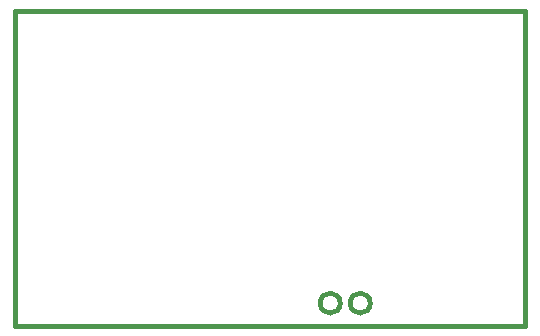
<source format=gbr>
G04 #@! TF.GenerationSoftware,KiCad,Pcbnew,5.1.6-c6e7f7d~87~ubuntu19.10.1*
G04 #@! TF.CreationDate,2022-07-30T15:18:02+06:00*
G04 #@! TF.ProjectId,1590N1_connector_board_r1b,31353930-4e31-45f6-936f-6e6e6563746f,1B*
G04 #@! TF.SameCoordinates,Original*
G04 #@! TF.FileFunction,Profile,NP*
%FSLAX46Y46*%
G04 Gerber Fmt 4.6, Leading zero omitted, Abs format (unit mm)*
G04 Created by KiCad (PCBNEW 5.1.6-c6e7f7d~87~ubuntu19.10.1) date 2022-07-30 15:18:02*
%MOMM*%
%LPD*%
G01*
G04 APERTURE LIST*
G04 #@! TA.AperFunction,Profile*
%ADD10C,0.400000*%
G04 #@! TD*
G04 APERTURE END LIST*
D10*
X83820000Y-135255000D02*
X83820000Y-161925000D01*
X127000000Y-135255000D02*
X127000000Y-161925000D01*
X83820000Y-161925000D02*
X127000000Y-161925000D01*
X113880000Y-160020000D02*
G75*
G03*
X113880000Y-160020000I-850000J0D01*
G01*
X111340000Y-160020000D02*
G75*
G03*
X111340000Y-160020000I-850000J0D01*
G01*
X83820000Y-135255000D02*
X127000000Y-135255000D01*
M02*

</source>
